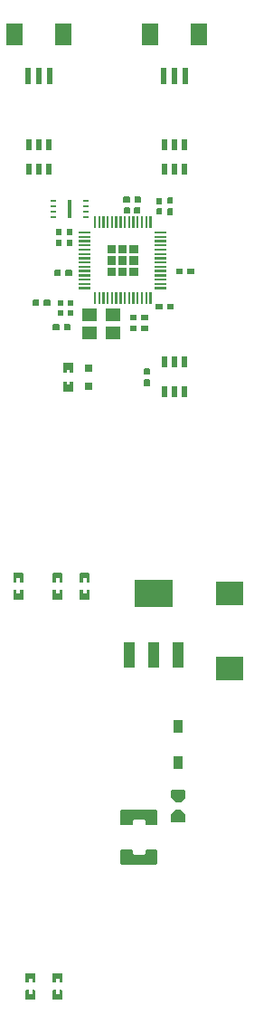
<source format=gtp>
G04 Layer: TopPasteMaskLayer*
G04 EasyEDA v6.5.34, 2023-10-04 19:43:08*
G04 c11720abcaec4e6590754cbdbbe34226,5a6b42c53f6a479593ecc07194224c93,10*
G04 Gerber Generator version 0.2*
G04 Scale: 100 percent, Rotated: No, Reflected: No *
G04 Dimensions in millimeters *
G04 leading zeros omitted , absolute positions ,4 integer and 5 decimal *
%FSLAX45Y45*%
%MOMM*%

%AMMACRO1*21,1,$1,$2,0,0,$3*%
%ADD10R,0.9500X1.2000*%
%ADD11R,0.5320X1.0720*%
%ADD12R,0.6000X1.5500*%
%ADD13R,1.5000X2.0000*%
%ADD14MACRO1,1.2X1.4X90.0000*%
%ADD15R,1.4000X1.2000*%
%ADD16MACRO1,1.2X1.4X-90.0000*%
%ADD17R,0.6000X0.2800*%
%ADD18R,0.3000X1.7000*%
%ADD19R,0.5500X0.5500*%
%ADD20R,0.8000X0.8000*%
%ADD21R,1.0500X2.4650*%
%ADD22MACRO1,3.54X2.465X0.0000*%
%ADD23MACRO1,2.592X2.2075X0.0000*%
%ADD24R,2.5920X2.2075*%
%ADD25R,0.5500X1.0000*%
%ADD26R,0.0158X1.0000*%

%LPD*%
G36*
X2771952Y4485182D02*
G01*
X2725166Y4446676D01*
X2725166Y4377944D01*
X2735173Y4367936D01*
X2852826Y4367936D01*
X2862834Y4377944D01*
X2862834Y4446676D01*
X2816047Y4485182D01*
G37*
G36*
X2735173Y4674463D02*
G01*
X2725166Y4664456D01*
X2725166Y4595723D01*
X2771952Y4557217D01*
X2816047Y4557217D01*
X2862834Y4595723D01*
X2862834Y4664456D01*
X2852826Y4674463D01*
G37*
G36*
X2260752Y4484776D02*
G01*
X2250744Y4474768D01*
X2250744Y4354118D01*
X2260752Y4344111D01*
X2356205Y4344111D01*
X2366213Y4354118D01*
X2366213Y4381906D01*
X2376220Y4391914D01*
X2475179Y4391914D01*
X2485186Y4381906D01*
X2485186Y4354118D01*
X2495194Y4344111D01*
X2590647Y4344111D01*
X2600655Y4354118D01*
X2600655Y4474768D01*
X2590647Y4484776D01*
G37*
G36*
X2260752Y4114088D02*
G01*
X2250744Y4104081D01*
X2250744Y3983431D01*
X2260752Y3973423D01*
X2590647Y3973423D01*
X2600655Y3983431D01*
X2600655Y4104081D01*
X2590647Y4114088D01*
X2495194Y4114088D01*
X2485186Y4104081D01*
X2485186Y4076293D01*
X2475179Y4066286D01*
X2376220Y4066286D01*
X2366213Y4076293D01*
X2366213Y4104081D01*
X2356205Y4114088D01*
G37*
G36*
X1877720Y6544106D02*
G01*
X1872691Y6539077D01*
X1872691Y6459118D01*
X1877720Y6454089D01*
X1957679Y6454089D01*
X1962708Y6459118D01*
X1962708Y6539077D01*
X1957679Y6544106D01*
X1934921Y6544106D01*
X1934921Y6507073D01*
X1901901Y6507073D01*
X1901901Y6544106D01*
G37*
G36*
X1877720Y6703110D02*
G01*
X1872691Y6698081D01*
X1872691Y6619087D01*
X1877720Y6614109D01*
X1901901Y6614109D01*
X1901901Y6652107D01*
X1934921Y6652107D01*
X1934921Y6614109D01*
X1957679Y6614109D01*
X1962708Y6619087D01*
X1962708Y6698081D01*
X1957679Y6703110D01*
G37*
G36*
X1623720Y6544106D02*
G01*
X1618691Y6539077D01*
X1618691Y6459118D01*
X1623720Y6454089D01*
X1703679Y6454089D01*
X1708708Y6459118D01*
X1708708Y6539077D01*
X1703679Y6544106D01*
X1680921Y6544106D01*
X1680921Y6507073D01*
X1647901Y6507073D01*
X1647901Y6544106D01*
G37*
G36*
X1623720Y6703110D02*
G01*
X1618691Y6698081D01*
X1618691Y6619087D01*
X1623720Y6614109D01*
X1647901Y6614109D01*
X1647901Y6652107D01*
X1680921Y6652107D01*
X1680921Y6614109D01*
X1703679Y6614109D01*
X1708708Y6619087D01*
X1708708Y6698081D01*
X1703679Y6703110D01*
G37*
G36*
X1623720Y2797606D02*
G01*
X1618691Y2792577D01*
X1618691Y2712618D01*
X1623720Y2707589D01*
X1703679Y2707589D01*
X1708708Y2712618D01*
X1708708Y2792577D01*
X1703679Y2797606D01*
X1680921Y2797606D01*
X1680921Y2760573D01*
X1647901Y2760573D01*
X1647901Y2797606D01*
G37*
G36*
X1623720Y2956610D02*
G01*
X1618691Y2951581D01*
X1618691Y2872587D01*
X1623720Y2867609D01*
X1647901Y2867609D01*
X1647901Y2905607D01*
X1680921Y2905607D01*
X1680921Y2867609D01*
X1703679Y2867609D01*
X1708708Y2872587D01*
X1708708Y2951581D01*
X1703679Y2956610D01*
G37*
G36*
X1369720Y2797606D02*
G01*
X1364691Y2792577D01*
X1364691Y2712618D01*
X1369720Y2707589D01*
X1449679Y2707589D01*
X1454708Y2712618D01*
X1454708Y2792577D01*
X1449679Y2797606D01*
X1426921Y2797606D01*
X1426921Y2760573D01*
X1393901Y2760573D01*
X1393901Y2797606D01*
G37*
G36*
X1369720Y2956610D02*
G01*
X1364691Y2951581D01*
X1364691Y2872587D01*
X1369720Y2867609D01*
X1393901Y2867609D01*
X1393901Y2905607D01*
X1426921Y2905607D01*
X1426921Y2867609D01*
X1449679Y2867609D01*
X1454708Y2872587D01*
X1454708Y2951581D01*
X1449679Y2956610D01*
G37*
G36*
X2593695Y10116616D02*
G01*
X2588717Y10109606D01*
X2588717Y10061600D01*
X2593695Y10056622D01*
X2638704Y10056622D01*
X2643682Y10061600D01*
X2643682Y10109606D01*
X2638704Y10116616D01*
G37*
G36*
X2593695Y10212578D02*
G01*
X2588717Y10207599D01*
X2588717Y10159593D01*
X2593695Y10152583D01*
X2638704Y10152583D01*
X2643682Y10159593D01*
X2643682Y10207599D01*
X2638704Y10212578D01*
G37*
G36*
X2387193Y10123982D02*
G01*
X2380183Y10119004D01*
X2380183Y10073995D01*
X2387193Y10069017D01*
X2435199Y10069017D01*
X2440178Y10073995D01*
X2440178Y10119004D01*
X2435199Y10123982D01*
G37*
G36*
X2289200Y10123982D02*
G01*
X2284222Y10119004D01*
X2284222Y10073995D01*
X2289200Y10069017D01*
X2337206Y10069017D01*
X2344216Y10073995D01*
X2344216Y10119004D01*
X2337206Y10123982D01*
G37*
G36*
X2695295Y10114584D02*
G01*
X2690317Y10109606D01*
X2690317Y10056622D01*
X2695295Y10051592D01*
X2740304Y10051592D01*
X2745282Y10056622D01*
X2745282Y10109606D01*
X2740304Y10114584D01*
G37*
G36*
X2695295Y10217607D02*
G01*
X2690317Y10212578D01*
X2690317Y10159593D01*
X2695295Y10154615D01*
X2740304Y10154615D01*
X2745282Y10159593D01*
X2745282Y10212578D01*
X2740304Y10217607D01*
G37*
G36*
X1623822Y9031782D02*
G01*
X1618792Y9026804D01*
X1618792Y8981795D01*
X1623822Y8976817D01*
X1676806Y8976817D01*
X1681784Y8981795D01*
X1681784Y9026804D01*
X1676806Y9031782D01*
G37*
G36*
X1726793Y9031782D02*
G01*
X1721815Y9026804D01*
X1721815Y8981795D01*
X1726793Y8976817D01*
X1779778Y8976817D01*
X1784807Y8981795D01*
X1784807Y9026804D01*
X1779778Y9031782D01*
G37*
G36*
X2347671Y9019082D02*
G01*
X2342692Y9014104D01*
X2342692Y8969095D01*
X2347671Y8964117D01*
X2400706Y8964117D01*
X2405684Y8969095D01*
X2405684Y9014104D01*
X2400706Y9019082D01*
G37*
G36*
X2450693Y9019082D02*
G01*
X2445715Y9014104D01*
X2445715Y8969095D01*
X2450693Y8964117D01*
X2503678Y8964117D01*
X2508707Y8969095D01*
X2508707Y9014104D01*
X2503678Y9019082D01*
G37*
G36*
X2347671Y9120682D02*
G01*
X2342692Y9115704D01*
X2342692Y9070695D01*
X2347671Y9065717D01*
X2400706Y9065717D01*
X2405684Y9070695D01*
X2405684Y9115704D01*
X2400706Y9120682D01*
G37*
G36*
X2450693Y9120682D02*
G01*
X2445715Y9115704D01*
X2445715Y9070695D01*
X2450693Y9065717D01*
X2503678Y9065717D01*
X2508707Y9070695D01*
X2508707Y9115704D01*
X2503678Y9120682D01*
G37*
G36*
X1863293Y9896602D02*
G01*
X1863293Y9876586D01*
X1973275Y9876586D01*
X1973275Y9896602D01*
G37*
G36*
X1863293Y9856622D02*
G01*
X1863293Y9836607D01*
X1973275Y9836607D01*
X1973275Y9856622D01*
G37*
G36*
X1863293Y9816592D02*
G01*
X1863293Y9796576D01*
X1973275Y9796576D01*
X1973275Y9816592D01*
G37*
G36*
X1863293Y9776561D02*
G01*
X1863293Y9756597D01*
X1973275Y9756597D01*
X1973275Y9776561D01*
G37*
G36*
X1863293Y9736632D02*
G01*
X1863293Y9716617D01*
X1973275Y9716617D01*
X1973275Y9736632D01*
G37*
G36*
X1863293Y9696602D02*
G01*
X1863293Y9676587D01*
X1973275Y9676587D01*
X1973275Y9696602D01*
G37*
G36*
X1863293Y9656622D02*
G01*
X1863293Y9636607D01*
X1973275Y9636607D01*
X1973275Y9656622D01*
G37*
G36*
X1863293Y9616592D02*
G01*
X1863293Y9596577D01*
X1973275Y9596577D01*
X1973275Y9616592D01*
G37*
G36*
X1863293Y9576612D02*
G01*
X1863293Y9556597D01*
X1973275Y9556597D01*
X1973275Y9576612D01*
G37*
G36*
X1863293Y9536633D02*
G01*
X1863293Y9516618D01*
X1973275Y9516618D01*
X1973275Y9536633D01*
G37*
G36*
X1863293Y9496602D02*
G01*
X1863293Y9476587D01*
X1973275Y9476587D01*
X1973275Y9496602D01*
G37*
G36*
X1863293Y9456572D02*
G01*
X1863293Y9436608D01*
X1973275Y9436608D01*
X1973275Y9456572D01*
G37*
G36*
X1863293Y9416592D02*
G01*
X1863293Y9396577D01*
X1973275Y9396577D01*
X1973275Y9416592D01*
G37*
G36*
X1863293Y9376613D02*
G01*
X1863293Y9356598D01*
X1973275Y9356598D01*
X1973275Y9376613D01*
G37*
G36*
X2003298Y9326626D02*
G01*
X2003298Y9216593D01*
X2023313Y9216593D01*
X2023313Y9326626D01*
G37*
G36*
X2043277Y9326626D02*
G01*
X2043277Y9216593D01*
X2063292Y9216593D01*
X2063292Y9326626D01*
G37*
G36*
X2083307Y9326626D02*
G01*
X2083307Y9216593D01*
X2103272Y9216593D01*
X2103272Y9326626D01*
G37*
G36*
X2123287Y9326626D02*
G01*
X2123287Y9216593D01*
X2143302Y9216593D01*
X2143302Y9326626D01*
G37*
G36*
X2163318Y9326626D02*
G01*
X2163318Y9216593D01*
X2183282Y9216593D01*
X2183282Y9326626D01*
G37*
G36*
X2203297Y9326626D02*
G01*
X2203297Y9216593D01*
X2223312Y9216593D01*
X2223312Y9326626D01*
G37*
G36*
X2243277Y9326626D02*
G01*
X2243277Y9216593D01*
X2263292Y9216593D01*
X2263292Y9326626D01*
G37*
G36*
X2283307Y9326626D02*
G01*
X2283307Y9216593D01*
X2303272Y9216593D01*
X2303272Y9326626D01*
G37*
G36*
X2323287Y9326626D02*
G01*
X2323287Y9216593D01*
X2343302Y9216593D01*
X2343302Y9326626D01*
G37*
G36*
X2363317Y9326626D02*
G01*
X2363317Y9216593D01*
X2383282Y9216593D01*
X2383282Y9326626D01*
G37*
G36*
X2403297Y9326626D02*
G01*
X2403297Y9216593D01*
X2423312Y9216593D01*
X2423312Y9326626D01*
G37*
G36*
X2443276Y9326626D02*
G01*
X2443276Y9216593D01*
X2463292Y9216593D01*
X2463292Y9326626D01*
G37*
G36*
X2483307Y9326626D02*
G01*
X2483307Y9216593D01*
X2503271Y9216593D01*
X2503271Y9326626D01*
G37*
G36*
X2523286Y9326626D02*
G01*
X2523286Y9216593D01*
X2543302Y9216593D01*
X2543302Y9326626D01*
G37*
G36*
X2573324Y9376613D02*
G01*
X2573324Y9356598D01*
X2683306Y9356598D01*
X2683306Y9376613D01*
G37*
G36*
X2573324Y9416592D02*
G01*
X2573324Y9396577D01*
X2683306Y9396577D01*
X2683306Y9416592D01*
G37*
G36*
X2573324Y9456572D02*
G01*
X2573324Y9436608D01*
X2683306Y9436608D01*
X2683306Y9456572D01*
G37*
G36*
X2573324Y9496602D02*
G01*
X2573324Y9476587D01*
X2683306Y9476587D01*
X2683306Y9496602D01*
G37*
G36*
X2573324Y9536633D02*
G01*
X2573324Y9516618D01*
X2683306Y9516618D01*
X2683306Y9536633D01*
G37*
G36*
X2573324Y9576612D02*
G01*
X2573324Y9556597D01*
X2683306Y9556597D01*
X2683306Y9576612D01*
G37*
G36*
X2573324Y9616592D02*
G01*
X2573324Y9596577D01*
X2683306Y9596577D01*
X2683306Y9616592D01*
G37*
G36*
X2573324Y9656622D02*
G01*
X2573324Y9636607D01*
X2683306Y9636607D01*
X2683306Y9656622D01*
G37*
G36*
X2573324Y9696602D02*
G01*
X2573324Y9676587D01*
X2683306Y9676587D01*
X2683306Y9696602D01*
G37*
G36*
X2573324Y9736632D02*
G01*
X2573324Y9716617D01*
X2683306Y9716617D01*
X2683306Y9736632D01*
G37*
G36*
X2573324Y9776561D02*
G01*
X2573324Y9756597D01*
X2683306Y9756597D01*
X2683306Y9776561D01*
G37*
G36*
X2573324Y9816592D02*
G01*
X2573324Y9796576D01*
X2683306Y9796576D01*
X2683306Y9816592D01*
G37*
G36*
X2573324Y9856622D02*
G01*
X2573324Y9836607D01*
X2683306Y9836607D01*
X2683306Y9856622D01*
G37*
G36*
X2573324Y9896602D02*
G01*
X2573324Y9876586D01*
X2683306Y9876586D01*
X2683306Y9896602D01*
G37*
G36*
X2523286Y10036606D02*
G01*
X2523286Y9926574D01*
X2543302Y9926574D01*
X2543302Y10036606D01*
G37*
G36*
X2483307Y10036606D02*
G01*
X2483307Y9926574D01*
X2503271Y9926574D01*
X2503271Y10036606D01*
G37*
G36*
X2443276Y10036606D02*
G01*
X2443276Y9926574D01*
X2463292Y9926574D01*
X2463292Y10036606D01*
G37*
G36*
X2403297Y10036606D02*
G01*
X2403297Y9926574D01*
X2423312Y9926574D01*
X2423312Y10036606D01*
G37*
G36*
X2363317Y10036606D02*
G01*
X2363317Y9926574D01*
X2383282Y9926574D01*
X2383282Y10036606D01*
G37*
G36*
X2323287Y10036606D02*
G01*
X2323287Y9926574D01*
X2343302Y9926574D01*
X2343302Y10036606D01*
G37*
G36*
X2283307Y10036606D02*
G01*
X2283307Y9926574D01*
X2303272Y9926574D01*
X2303272Y10036606D01*
G37*
G36*
X2243277Y10036606D02*
G01*
X2243277Y9926574D01*
X2263292Y9926574D01*
X2263292Y10036606D01*
G37*
G36*
X2203297Y10036606D02*
G01*
X2203297Y9926574D01*
X2223312Y9926574D01*
X2223312Y10036606D01*
G37*
G36*
X2163318Y10036606D02*
G01*
X2163318Y9926574D01*
X2183282Y9926574D01*
X2183282Y10036606D01*
G37*
G36*
X2123287Y10036606D02*
G01*
X2123287Y9926574D01*
X2143302Y9926574D01*
X2143302Y10036606D01*
G37*
G36*
X2083307Y10036606D02*
G01*
X2083307Y9926574D01*
X2103272Y9926574D01*
X2103272Y10036606D01*
G37*
G36*
X2043277Y10036606D02*
G01*
X2043277Y9926574D01*
X2063292Y9926574D01*
X2063292Y10036606D01*
G37*
G36*
X2003298Y10036606D02*
G01*
X2003298Y9926574D01*
X2023313Y9926574D01*
X2023313Y10036606D01*
G37*
G36*
X2338324Y9771583D02*
G01*
X2338324Y9691624D01*
X2418283Y9691624D01*
X2418283Y9771583D01*
G37*
G36*
X2128316Y9771583D02*
G01*
X2128316Y9691624D01*
X2208326Y9691624D01*
X2208326Y9771583D01*
G37*
G36*
X2128316Y9561626D02*
G01*
X2128316Y9481616D01*
X2208276Y9481616D01*
X2208276Y9561626D01*
G37*
G36*
X2338273Y9561626D02*
G01*
X2338273Y9481616D01*
X2418283Y9481616D01*
X2418283Y9561626D01*
G37*
G36*
X2338273Y9666579D02*
G01*
X2338273Y9586569D01*
X2418283Y9586569D01*
X2418283Y9666579D01*
G37*
G36*
X2233320Y9771634D02*
G01*
X2233320Y9691624D01*
X2313279Y9691624D01*
X2313279Y9771634D01*
G37*
G36*
X2128316Y9666579D02*
G01*
X2128316Y9586569D01*
X2208276Y9586569D01*
X2208276Y9666579D01*
G37*
G36*
X2233320Y9666579D02*
G01*
X2233320Y9586620D01*
X2313279Y9586620D01*
X2313279Y9666579D01*
G37*
G36*
X2233320Y9561118D02*
G01*
X2233320Y9481108D01*
X2313279Y9481108D01*
X2313279Y9561118D01*
G37*
G36*
X2387193Y10225582D02*
G01*
X2382215Y10220604D01*
X2382215Y10175595D01*
X2387193Y10170617D01*
X2440178Y10170617D01*
X2445207Y10175595D01*
X2445207Y10220604D01*
X2440178Y10225582D01*
G37*
G36*
X2284222Y10225582D02*
G01*
X2279192Y10220604D01*
X2279192Y10175595D01*
X2284222Y10170617D01*
X2337206Y10170617D01*
X2342184Y10175595D01*
X2342184Y10220604D01*
X2337206Y10225582D01*
G37*
G36*
X2588971Y9222282D02*
G01*
X2583992Y9217304D01*
X2583992Y9172295D01*
X2588971Y9167317D01*
X2642006Y9167317D01*
X2646984Y9172295D01*
X2646984Y9217304D01*
X2642006Y9222282D01*
G37*
G36*
X2691993Y9222282D02*
G01*
X2687015Y9217304D01*
X2687015Y9172295D01*
X2691993Y9167317D01*
X2744978Y9167317D01*
X2750007Y9172295D01*
X2750007Y9217304D01*
X2744978Y9222282D01*
G37*
G36*
X2779522Y9552482D02*
G01*
X2774492Y9547504D01*
X2774492Y9502495D01*
X2779522Y9497517D01*
X2832506Y9497517D01*
X2837484Y9502495D01*
X2837484Y9547504D01*
X2832506Y9552482D01*
G37*
G36*
X2882493Y9552482D02*
G01*
X2877515Y9547504D01*
X2877515Y9502495D01*
X2882493Y9497517D01*
X2935478Y9497517D01*
X2940507Y9502495D01*
X2940507Y9547504D01*
X2935478Y9552482D01*
G37*
G36*
X1755495Y9925507D02*
G01*
X1750517Y9920478D01*
X1750517Y9867493D01*
X1755495Y9862515D01*
X1800504Y9862515D01*
X1805482Y9867493D01*
X1805482Y9920478D01*
X1800504Y9925507D01*
G37*
G36*
X1755495Y9822484D02*
G01*
X1750517Y9817506D01*
X1750517Y9764522D01*
X1755495Y9759492D01*
X1800504Y9759492D01*
X1805482Y9764522D01*
X1805482Y9817506D01*
X1800504Y9822484D01*
G37*
G36*
X1653895Y9925507D02*
G01*
X1648917Y9920478D01*
X1648917Y9867493D01*
X1653895Y9862515D01*
X1698904Y9862515D01*
X1703882Y9867493D01*
X1703882Y9920478D01*
X1698904Y9925507D01*
G37*
G36*
X1653895Y9822484D02*
G01*
X1648917Y9817506D01*
X1648917Y9764522D01*
X1653895Y9759492D01*
X1698904Y9759492D01*
X1703882Y9764522D01*
X1703882Y9817506D01*
X1698904Y9822484D01*
G37*
G36*
X1739493Y9539782D02*
G01*
X1734515Y9534804D01*
X1734515Y9489795D01*
X1739493Y9484817D01*
X1792478Y9484817D01*
X1797507Y9489795D01*
X1797507Y9534804D01*
X1792478Y9539782D01*
G37*
G36*
X1636522Y9539782D02*
G01*
X1631492Y9534804D01*
X1631492Y9489795D01*
X1636522Y9484817D01*
X1689506Y9484817D01*
X1694484Y9489795D01*
X1694484Y9534804D01*
X1689506Y9539782D01*
G37*
G36*
X1536293Y9260382D02*
G01*
X1531315Y9255404D01*
X1531315Y9210395D01*
X1536293Y9205417D01*
X1589278Y9205417D01*
X1594307Y9210395D01*
X1594307Y9255404D01*
X1589278Y9260382D01*
G37*
G36*
X1433322Y9260382D02*
G01*
X1428292Y9255404D01*
X1428292Y9210395D01*
X1433322Y9205417D01*
X1486306Y9205417D01*
X1491284Y9210395D01*
X1491284Y9255404D01*
X1486306Y9260382D01*
G37*
G36*
X1725320Y8494420D02*
G01*
X1720291Y8489391D01*
X1720291Y8404402D01*
X1725320Y8399373D01*
X1805279Y8399373D01*
X1810308Y8404402D01*
X1810308Y8489391D01*
X1805279Y8494420D01*
X1780286Y8494420D01*
X1780286Y8464397D01*
X1750314Y8464397D01*
X1750314Y8494420D01*
G37*
G36*
X1725320Y8669375D02*
G01*
X1720291Y8664397D01*
X1720291Y8579408D01*
X1725320Y8574379D01*
X1750314Y8574379D01*
X1750314Y8604402D01*
X1780286Y8604402D01*
X1780286Y8574379D01*
X1805279Y8574379D01*
X1810308Y8579408D01*
X1810308Y8664397D01*
X1805279Y8669375D01*
G37*
G36*
X1255420Y6544106D02*
G01*
X1250391Y6539077D01*
X1250391Y6459118D01*
X1255420Y6454089D01*
X1335379Y6454089D01*
X1340408Y6459118D01*
X1340408Y6539077D01*
X1335379Y6544106D01*
X1312621Y6544106D01*
X1312621Y6507073D01*
X1279601Y6507073D01*
X1279601Y6544106D01*
G37*
G36*
X1255420Y6703110D02*
G01*
X1250391Y6698081D01*
X1250391Y6619087D01*
X1255420Y6614109D01*
X1279601Y6614109D01*
X1279601Y6652107D01*
X1312621Y6652107D01*
X1312621Y6614109D01*
X1335379Y6614109D01*
X1340408Y6619087D01*
X1340408Y6698081D01*
X1335379Y6703110D01*
G37*
G36*
X2479395Y8514384D02*
G01*
X2474417Y8509406D01*
X2474417Y8456422D01*
X2479395Y8451392D01*
X2524404Y8451392D01*
X2529382Y8456422D01*
X2529382Y8509406D01*
X2524404Y8514384D01*
G37*
G36*
X2479395Y8617407D02*
G01*
X2474417Y8612378D01*
X2474417Y8559393D01*
X2479395Y8554415D01*
X2524404Y8554415D01*
X2529382Y8559393D01*
X2529382Y8612378D01*
X2524404Y8617407D01*
G37*
D10*
G01*
X2794000Y4922697D03*
G01*
X2794000Y5262702D03*
D11*
G01*
X1390904Y10476890D03*
G01*
X1485900Y10476890D03*
G01*
X1580895Y10476890D03*
G01*
X1580895Y10706709D03*
G01*
X1485900Y10706709D03*
G01*
X1390904Y10706709D03*
D12*
G01*
X1585899Y11350548D03*
G01*
X1485900Y11350548D03*
G01*
X1385900Y11350548D03*
D13*
G01*
X1255902Y11738051D03*
G01*
X1715897Y11738051D03*
D14*
G01*
X1960100Y8944711D03*
G01*
X2180099Y8944711D03*
D15*
G01*
X2180107Y9114713D03*
D16*
G01*
X1960100Y9114713D03*
D17*
G01*
X1928749Y10034193D03*
G01*
X1928749Y10084206D03*
G01*
X1928749Y10134193D03*
G01*
X1928749Y10184206D03*
G01*
X1627250Y10034193D03*
G01*
X1627250Y10084206D03*
G01*
X1627250Y10134193D03*
G01*
X1627250Y10184206D03*
D18*
G01*
X1778000Y10109200D03*
D19*
G01*
X1787397Y9134576D03*
G01*
X1787397Y9229597D03*
G01*
X1692376Y9229597D03*
G01*
X1692376Y9134576D03*
D20*
G01*
X1955800Y8449310D03*
G01*
X1955800Y8619489D03*
D12*
G01*
X2855899Y11350548D03*
G01*
X2755900Y11350548D03*
G01*
X2655900Y11350548D03*
D13*
G01*
X2525902Y11738051D03*
G01*
X2985897Y11738051D03*
D21*
G01*
X2335402Y5937250D03*
G01*
X2565400Y5937250D03*
G01*
X2795397Y5937250D03*
D22*
G01*
X2565400Y6508750D03*
D11*
G01*
X2660904Y10476890D03*
G01*
X2755900Y10476890D03*
G01*
X2850895Y10476890D03*
G01*
X2850895Y10706709D03*
G01*
X2755900Y10706709D03*
G01*
X2660904Y10706709D03*
D23*
G01*
X3276600Y6510624D03*
D24*
G01*
X3276600Y5808370D03*
D25*
G01*
X2660904Y8674404D03*
G01*
X2755900Y8674404D03*
G01*
X2850895Y8674404D03*
G01*
X2850895Y8394395D03*
G01*
X2755900Y8394395D03*
G01*
X2660904Y8394395D03*
M02*

</source>
